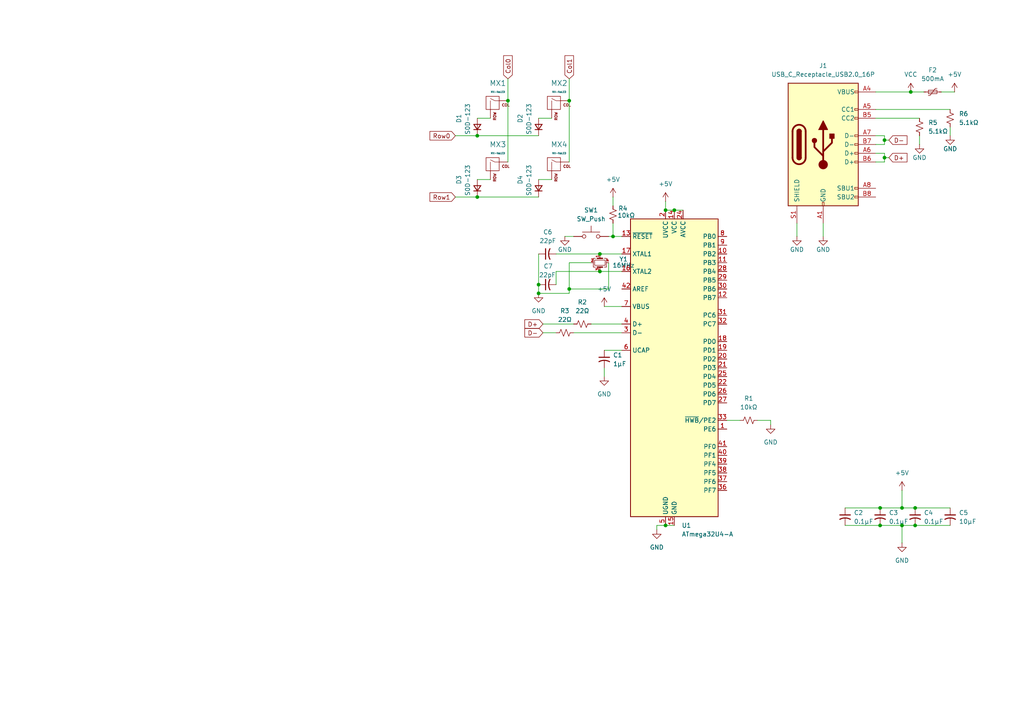
<source format=kicad_sch>
(kicad_sch (version 20250114) (generator "eeschema") (generator_version "9.0")
  (paper "A4")
  (lib_symbols
    (symbol "Connector:USB_C_Receptacle_USB2.0_16P" (pin_names (offset 1.016))
      (property "Reference" "J" (at 0 22.225 0))
      (property "Value" "USB_C_Receptacle_USB2.0_16P" (at 0 19.685 0))
      (symbol "USB_C_Receptacle_USB2.0_16P_0_0"
        (rectangle (start -0.254 -17.78) (end 0.254 -16.764))
        (rectangle (start 10.16 15.494) (end 9.144 14.986))
        (rectangle (start 10.16 10.414) (end 9.144 9.906))
        (rectangle (start 10.16 7.874) (end 9.144 7.366))
        (rectangle (start 10.16 2.794) (end 9.144 2.286))
        (rectangle (start 10.16 0.254) (end 9.144 -0.254))
        (rectangle (start 10.16 -2.286) (end 9.144 -2.794))
        (rectangle (start 10.16 -4.826) (end 9.144 -5.334))
        (rectangle (start 10.16 -12.446) (end 9.144 -12.954))
        (rectangle (start 10.16 -14.986) (end 9.144 -15.494))
      )
      (symbol "USB_C_Receptacle_USB2.0_16P_0_1"
        (rectangle (start -10.16 17.78) (end 10.16 -17.78) (stroke (width 0.254)) (fill (type background)))
        (polyline (pts (xy -8.89 -3.81) (xy -8.89 3.81)) (stroke (width 0.508)))
        (rectangle (start -7.62 -3.81) (end -6.35 3.81) (stroke (width 0.254)) (fill (type outline)))
        (arc (start -7.62 3.81) (mid -6.985 4.4423) (end -6.35 3.81) (stroke (width 0.254)))
        (arc (start -7.62 3.81) (mid -6.985 4.4423) (end -6.35 3.81) (stroke (width 0.254)) (fill (type outline)))
        (arc (start -8.89 3.81) (mid -6.985 5.7067) (end -5.08 3.81) (stroke (width 0.508)))
        (arc (start -5.08 -3.81) (mid -6.985 -5.7067) (end -8.89 -3.81) (stroke (width 0.508)))
        (arc (start -6.35 -3.81) (mid -6.985 -4.4423) (end -7.62 -3.81) (stroke (width 0.254)))
        (arc (start -6.35 -3.81) (mid -6.985 -4.4423) (end -7.62 -3.81) (stroke (width 0.254)) (fill (type outline)))
        (polyline (pts (xy -5.08 3.81) (xy -5.08 -3.81)) (stroke (width 0.508)))
        (circle (center -2.54 1.143) (radius 0.635) (stroke (width 0.254)) (fill (type outline)))
        (polyline (pts (xy -1.27 4.318) (xy 0 6.858) (xy 1.27 4.318) (xy -1.27 4.318)) (stroke (width 0.254)) (fill (type outline)))
        (polyline (pts (xy 0 -2.032) (xy 2.54 0.508) (xy 2.54 1.778)) (stroke (width 0.508)))
        (polyline (pts (xy 0 -3.302) (xy -2.54 -0.762) (xy -2.54 0.508)) (stroke (width 0.508)))
        (polyline (pts (xy 0 -5.842) (xy 0 4.318)) (stroke (width 0.508)))
        (circle (center 0 -5.842) (radius 1.27) (fill (type outline)))
        (rectangle (start 1.905 1.778) (end 3.175 3.048) (stroke (width 0.254)) (fill (type outline)))
      )
      (symbol "USB_C_Receptacle_USB2.0_16P_1_1"
        (pin passive line (at -7.62 -22.86 90) (length 5.08) (name "SHIELD") (number "S1"))
        (pin passive line (at 0 -22.86 90) (length 5.08) (name "GND") (number "A1"))
        (pin passive line (at 0 -22.86 90) (length 5.08) (hide yes) (name "GND") (number "A12"))
        (pin passive line (at 0 -22.86 90) (length 5.08) (hide yes) (name "GND") (number "B1"))
        (pin passive line (at 0 -22.86 90) (length 5.08) (hide yes) (name "GND") (number "B12"))
        (pin passive line (at 15.24 15.24 180) (length 5.08) (name "VBUS") (number "A4"))
        (pin passive line (at 15.24 15.24 180) (length 5.08) (hide yes) (name "VBUS") (number "A9"))
        (pin passive line (at 15.24 15.24 180) (length 5.08) (hide yes) (name "VBUS") (number "B4"))
        (pin passive line (at 15.24 15.24 180) (length 5.08) (hide yes) (name "VBUS") (number "B9"))
        (pin bidirectional line (at 15.24 10.16 180) (length 5.08) (name "CC1") (number "A5"))
        (pin bidirectional line (at 15.24 7.62 180) (length 5.08) (name "CC2") (number "B5"))
        (pin bidirectional line (at 15.24 2.54 180) (length 5.08) (name "D-") (number "A7"))
        (pin bidirectional line (at 15.24 0 180) (length 5.08) (name "D-") (number "B7"))
        (pin bidirectional line (at 15.24 -2.54 180) (length 5.08) (name "D+") (number "A6"))
        (pin bidirectional line (at 15.24 -5.08 180) (length 5.08) (name "D+") (number "B6"))
        (pin bidirectional line (at 15.24 -12.7 180) (length 5.08) (name "SBU1") (number "A8"))
        (pin bidirectional line (at 15.24 -15.24 180) (length 5.08) (name "SBU2") (number "B8"))
      )
    )
    (symbol "Device:C_Small_US" (pin_numbers (hide yes)) (pin_names (offset 0.254) (hide yes))
      (property "Reference" "C" (at 0.254 1.778 0))
      (property "Value" "C_Small_US" (at 0.254 -2.032 0))
      (symbol "C_Small_US_0_1"
        (polyline (pts (xy -1.524 0.508) (xy 1.524 0.508)) (stroke (width 0.3048)))
        (arc (start -1.524 -0.762) (mid 0 -0.3734) (end 1.524 -0.762) (stroke (width 0.3048)))
      )
      (symbol "C_Small_US_1_1"
        (pin passive line (at 0 2.54 270) (length 2.032) (name "~") (number "1"))
        (pin passive line (at 0 -2.54 90) (length 2.032) (name "~") (number "2"))
      )
    )
    (symbol "Device:Crystal_GND24_Small" (pin_names (offset 1.016) (hide yes))
      (property "Reference" "Y" (at 1.27 4.445 0))
      (property "Value" "Crystal_GND24_Small" (at 1.27 2.54 0))
      (symbol "Crystal_GND24_Small_0_1"
        (polyline (pts (xy -1.27 1.27) (xy -1.27 1.905) (xy 1.27 1.905) (xy 1.27 1.27)))
        (polyline (pts (xy -1.27 -0.762) (xy -1.27 0.762)) (stroke (width 0.381)))
        (polyline (pts (xy -1.27 -1.27) (xy -1.27 -1.905) (xy 1.27 -1.905) (xy 1.27 -1.27)))
        (rectangle (start -0.762 -1.524) (end 0.762 1.524))
        (polyline (pts (xy 1.27 -0.762) (xy 1.27 0.762)) (stroke (width 0.381)))
      )
      (symbol "Crystal_GND24_Small_1_1"
        (pin passive line (at -2.54 0 0) (length 1.27) (name "1") (number "1"))
        (pin passive line (at 0 2.54 270) (length 0.635) (name "4") (number "4"))
        (pin passive line (at 0 -2.54 90) (length 0.635) (name "2") (number "2"))
        (pin passive line (at 2.54 0 180) (length 1.27) (name "3") (number "3"))
      )
    )
    (symbol "Device:D_Small" (pin_numbers (hide yes)) (pin_names (offset 0.254) (hide yes))
      (property "Reference" "D" (at -1.27 2.032 0))
      (property "Value" "D_Small" (at -3.81 -2.032 0))
      (symbol "D_Small_0_1"
        (polyline (pts (xy -0.762 0) (xy 0.762 0)))
        (polyline (pts (xy -0.762 -1.016) (xy -0.762 1.016)) (stroke (width 0.254)))
        (polyline (pts (xy 0.762 -1.016) (xy -0.762 0) (xy 0.762 1.016) (xy 0.762 -1.016)) (stroke (width 0.254)))
      )
      (symbol "D_Small_1_1"
        (pin passive line (at -2.54 0 0) (length 1.778) (name "K") (number "1"))
        (pin passive line (at 2.54 0 180) (length 1.778) (name "A") (number "2"))
      )
    )
    (symbol "Device:Polyfuse_Small" (pin_numbers (hide yes)) (pin_names (offset 0))
      (property "Reference" "F" (at -1.905 0 90))
      (property "Value" "Polyfuse_Small" (at 1.905 0 90))
      (symbol "Polyfuse_Small_0_1"
        (polyline (pts (xy -1.016 1.27) (xy -1.016 0.762) (xy 1.016 -0.762) (xy 1.016 -1.27)))
        (rectangle (start -0.508 1.27) (end 0.508 -1.27))
        (polyline (pts (xy 0 2.54) (xy 0 -2.54)))
      )
      (symbol "Polyfuse_Small_1_1"
        (pin passive line (at 0 2.54 270) (length 0.635) (name "~") (number "1"))
        (pin passive line (at 0 -2.54 90) (length 0.635) (name "~") (number "2"))
      )
    )
    (symbol "Device:R_Small_US" (pin_numbers (hide yes)) (pin_names (offset 0.254) (hide yes))
      (property "Reference" "R" (at 0.762 0.508 0))
      (property "Value" "R_Small_US" (at 0.762 -1.016 0))
      (symbol "R_Small_US_1_1"
        (polyline (pts (xy 0 1.524) (xy 1.016 1.143) (xy 0 0.762) (xy -1.016 0.381) (xy 0 0)))
        (polyline (pts (xy 0 0) (xy 1.016 -0.381) (xy 0 -0.762) (xy -1.016 -1.143) (xy 0 -1.524)))
        (pin passive line (at 0 2.54 270) (length 1.016) (name "~") (number "1"))
        (pin passive line (at 0 -2.54 90) (length 1.016) (name "~") (number "2"))
      )
    )
    (symbol "MCU_Microchip_ATmega:ATmega32U4-A"
      (property "Reference" "U" (at -12.7 44.45 0))
      (property "Value" "ATmega32U4-A" (at 2.54 -44.45 0))
      (symbol "ATmega32U4-A_0_1"
        (rectangle (start -12.7 -43.18) (end 12.7 43.18) (stroke (width 0.254)) (fill (type background)))
      )
      (symbol "ATmega32U4-A_1_1"
        (pin input line (at -15.24 38.1 0) (length 2.54) (name "~{RESET}") (number "13"))
        (pin input line (at -15.24 33.02 0) (length 2.54) (name "XTAL1") (number "17"))
        (pin output line (at -15.24 27.94 0) (length 2.54) (name "XTAL2") (number "16"))
        (pin passive line (at -15.24 22.86 0) (length 2.54) (name "AREF") (number "42"))
        (pin input line (at -15.24 17.78 0) (length 2.54) (name "VBUS") (number "7"))
        (pin bidirectional line (at -15.24 12.7 0) (length 2.54) (name "D+") (number "4"))
        (pin bidirectional line (at -15.24 10.16 0) (length 2.54) (name "D-") (number "3"))
        (pin passive line (at -15.24 5.08 0) (length 2.54) (name "UCAP") (number "6"))
        (pin power_in line (at -2.54 45.72 270) (length 2.54) (name "UVCC") (number "2"))
        (pin passive line (at -2.54 -45.72 90) (length 2.54) (name "UGND") (number "5"))
        (pin power_in line (at 0 45.72 270) (length 2.54) (name "VCC") (number "14"))
        (pin passive line (at 0 45.72 270) (length 2.54) (hide yes) (name "VCC") (number "34"))
        (pin power_in line (at 0 -45.72 90) (length 2.54) (name "GND") (number "15"))
        (pin passive line (at 0 -45.72 90) (length 2.54) (hide yes) (name "GND") (number "23"))
        (pin passive line (at 0 -45.72 90) (length 2.54) (hide yes) (name "GND") (number "35"))
        (pin passive line (at 0 -45.72 90) (length 2.54) (hide yes) (name "GND") (number "43"))
        (pin power_in line (at 2.54 45.72 270) (length 2.54) (name "AVCC") (number "24"))
        (pin passive line (at 2.54 45.72 270) (length 2.54) (hide yes) (name "AVCC") (number "44"))
        (pin bidirectional line (at 15.24 38.1 180) (length 2.54) (name "PB0") (number "8"))
        (pin bidirectional line (at 15.24 35.56 180) (length 2.54) (name "PB1") (number "9"))
        (pin bidirectional line (at 15.24 33.02 180) (length 2.54) (name "PB2") (number "10"))
        (pin bidirectional line (at 15.24 30.48 180) (length 2.54) (name "PB3") (number "11"))
        (pin bidirectional line (at 15.24 27.94 180) (length 2.54) (name "PB4") (number "28"))
        (pin bidirectional line (at 15.24 25.4 180) (length 2.54) (name "PB5") (number "29"))
        (pin bidirectional line (at 15.24 22.86 180) (length 2.54) (name "PB6") (number "30"))
        (pin bidirectional line (at 15.24 20.32 180) (length 2.54) (name "PB7") (number "12"))
        (pin bidirectional line (at 15.24 15.24 180) (length 2.54) (name "PC6") (number "31"))
        (pin bidirectional line (at 15.24 12.7 180) (length 2.54) (name "PC7") (number "32"))
        (pin bidirectional line (at 15.24 7.62 180) (length 2.54) (name "PD0") (number "18"))
        (pin bidirectional line (at 15.24 5.08 180) (length 2.54) (name "PD1") (number "19"))
        (pin bidirectional line (at 15.24 2.54 180) (length 2.54) (name "PD2") (number "20"))
        (pin bidirectional line (at 15.24 0 180) (length 2.54) (name "PD3") (number "21"))
        (pin bidirectional line (at 15.24 -2.54 180) (length 2.54) (name "PD4") (number "25"))
        (pin bidirectional line (at 15.24 -5.08 180) (length 2.54) (name "PD5") (number "22"))
        (pin bidirectional line (at 15.24 -7.62 180) (length 2.54) (name "PD6") (number "26"))
        (pin bidirectional line (at 15.24 -10.16 180) (length 2.54) (name "PD7") (number "27"))
        (pin bidirectional line (at 15.24 -15.24 180) (length 2.54) (name "~{HWB}/PE2") (number "33"))
        (pin bidirectional line (at 15.24 -17.78 180) (length 2.54) (name "PE6") (number "1"))
        (pin bidirectional line (at 15.24 -22.86 180) (length 2.54) (name "PF0") (number "41"))
        (pin bidirectional line (at 15.24 -25.4 180) (length 2.54) (name "PF1") (number "40"))
        (pin bidirectional line (at 15.24 -27.94 180) (length 2.54) (name "PF4") (number "39"))
        (pin bidirectional line (at 15.24 -30.48 180) (length 2.54) (name "PF5") (number "38"))
        (pin bidirectional line (at 15.24 -33.02 180) (length 2.54) (name "PF6") (number "37"))
        (pin bidirectional line (at 15.24 -35.56 180) (length 2.54) (name "PF7") (number "36"))
      )
    )
    (symbol "MX_Alps_Hybrid:MX-NoLED" (pin_names (offset 1.016))
      (property "Reference" "MX" (at -0.635 3.81 0))
      (property "Value" "MX-NoLED" (at -0.635 1.27 0))
      (symbol "MX-NoLED_0_0"
        (rectangle (start -2.54 2.54) (end 1.27 -1.27))
        (polyline (pts (xy -1.27 -1.27) (xy -1.27 1.27)) (stroke (width 0.127)))
        (polyline (pts (xy 1.27 1.27) (xy 0 1.27) (xy -1.27 1.905)) (stroke (width 0.127)))
        (text "ROW" (at 0 -1.905 900) (effects (font (size 0.762 0.762)) (justify right)))
        (text "COL" (at 3.175 0 0) (effects (font (size 0.762 0.762))))
      )
      (symbol "MX-NoLED_1_1"
        (pin passive line (at -1.27 -3.81 90) (length 2.54) (name "ROW") (number "2"))
        (pin passive line (at 3.81 1.27 180) (length 2.54) (name "COL") (number "1"))
      )
    )
    (symbol "Switch:SW_Push" (pin_numbers (hide yes)) (pin_names (offset 1.016) (hide yes))
      (property "Reference" "SW" (at 1.27 2.54 0))
      (property "Value" "SW_Push" (at 0 -1.524 0))
      (symbol "SW_Push_0_1"
        (circle (center -2.032 0) (radius 0.508))
        (polyline (pts (xy 0 1.27) (xy 0 3.048)))
        (circle (center 2.032 0) (radius 0.508))
        (polyline (pts (xy 2.54 1.27) (xy -2.54 1.27)))
        (pin passive line (at -5.08 0 0) (length 2.54) (name "1") (number "1"))
        (pin passive line (at 5.08 0 180) (length 2.54) (name "2") (number "2"))
      )
    )
    (symbol "power:+5V" (power) (pin_numbers (hide yes)) (pin_names (offset 0) (hide yes))
      (property "Value" "+5V" (at 0 3.556 0))
      (symbol "+5V_0_1"
        (polyline (pts (xy -0.762 1.27) (xy 0 2.54)))
        (polyline (pts (xy 0 2.54) (xy 0.762 1.27)))
        (polyline (pts (xy 0 0) (xy 0 2.54)))
      )
      (symbol "+5V_1_1"
        (pin power_in line (at 0 0 90) (length 0) (name "~") (number "1"))
      )
    )
    (symbol "power:GND" (power) (pin_numbers (hide yes)) (pin_names (offset 0) (hide yes))
      (property "Value" "GND" (at 0 -3.81 0))
      (symbol "GND_0_1"
        (polyline (pts (xy 0 0) (xy 0 -1.27) (xy 1.27 -1.27) (xy 0 -2.54) (xy -1.27 -1.27) (xy 0 -1.27)))
      )
      (symbol "GND_1_1"
        (pin power_in line (at 0 0 270) (length 0) (name "~") (number "1"))
      )
    )
    (symbol "power:VCC" (power) (pin_numbers (hide yes)) (pin_names (offset 0) (hide yes))
      (property "Value" "VCC" (at 0 3.556 0))
      (symbol "VCC_0_1"
        (polyline (pts (xy -0.762 1.27) (xy 0 2.54)))
        (polyline (pts (xy 0 2.54) (xy 0.762 1.27)))
        (polyline (pts (xy 0 0) (xy 0 2.54)))
      )
      (symbol "VCC_1_1"
        (pin power_in line (at 0 0 90) (length 0) (name "~") (number "1"))
      )
    )
  )
  (junction (at 165.1 29.21))
  (junction (at 156.21 82.55))
  (junction (at 156.21 85.09))
  (junction (at 256.54 45.72))
  (junction (at 261.62 147.32))
  (junction (at 193.04 152.4))
  (junction (at 264.16 26.67))
  (junction (at 255.27 147.32))
  (junction (at 261.62 152.4))
  (junction (at 147.32 29.21))
  (junction (at 256.54 40.64))
  (junction (at 165.1 83.82))
  (junction (at 138.43 39.37))
  (junction (at 255.27 152.4))
  (junction (at 173.99 78.74))
  (junction (at 138.43 57.15))
  (junction (at 177.8 68.58))
  (junction (at 195.58 60.96))
  (junction (at 173.99 73.66))
  (junction (at 193.04 60.96))
  (junction (at 265.43 152.4))
  (junction (at 265.43 147.32))
  (wire (pts (xy 223.52 121.92) (xy 223.52 123.19)))
  (wire (pts (xy 261.62 147.32) (xy 265.43 147.32)))
  (wire (pts (xy 138.43 39.37) (xy 156.21 39.37)))
  (wire (pts (xy 193.04 58.42) (xy 193.04 60.96)))
  (wire (pts (xy 161.29 73.66) (xy 173.99 73.66)))
  (wire (pts (xy 254 39.37) (xy 256.54 39.37)))
  (wire (pts (xy 138.43 34.29) (xy 142.24 34.29)))
  (wire (pts (xy 156.21 85.09) (xy 165.1 85.09)))
  (wire (pts (xy 157.48 96.52) (xy 161.29 96.52)))
  (wire (pts (xy 176.53 68.58) (xy 177.8 68.58)))
  (wire (pts (xy 254 34.29) (xy 266.7 34.29)))
  (wire (pts (xy 231.14 64.77) (xy 231.14 68.58)))
  (wire (pts (xy 256.54 39.37) (xy 256.54 40.64)))
  (wire (pts (xy 165.1 83.82) (xy 165.1 85.09)))
  (wire (pts (xy 173.99 78.74) (xy 180.34 78.74)))
  (wire (pts (xy 175.26 88.9) (xy 180.34 88.9)))
  (wire (pts (xy 177.8 57.15) (xy 177.8 59.69)))
  (wire (pts (xy 245.11 152.4) (xy 255.27 152.4)))
  (wire (pts (xy 266.7 39.37) (xy 266.7 41.91)))
  (wire (pts (xy 256.54 44.45) (xy 256.54 45.72)))
  (wire (pts (xy 175.26 101.6) (xy 180.34 101.6)))
  (wire (pts (xy 265.43 152.4) (xy 275.59 152.4)))
  (wire (pts (xy 254 31.75) (xy 275.59 31.75)))
  (wire (pts (xy 138.43 57.15) (xy 156.21 57.15)))
  (wire (pts (xy 165.1 29.21) (xy 165.1 46.99)))
  (wire (pts (xy 254 41.91) (xy 256.54 41.91)))
  (wire (pts (xy 254 46.99) (xy 256.54 46.99)))
  (wire (pts (xy 176.53 76.2) (xy 176.53 83.82)))
  (wire (pts (xy 256.54 40.64) (xy 256.54 41.91)))
  (wire (pts (xy 255.27 147.32) (xy 261.62 147.32)))
  (wire (pts (xy 147.32 22.86) (xy 147.32 29.21)))
  (wire (pts (xy 195.58 60.96) (xy 198.12 60.96)))
  (wire (pts (xy 173.99 73.66) (xy 180.34 73.66)))
  (wire (pts (xy 256.54 45.72) (xy 256.54 46.99)))
  (wire (pts (xy 165.1 22.86) (xy 165.1 29.21)))
  (wire (pts (xy 193.04 152.4) (xy 190.5 152.4)))
  (wire (pts (xy 161.29 78.74) (xy 173.99 78.74)))
  (wire (pts (xy 210.82 121.92) (xy 214.63 121.92)))
  (wire (pts (xy 171.45 93.98) (xy 180.34 93.98)))
  (wire (pts (xy 157.48 93.98) (xy 166.37 93.98)))
  (wire (pts (xy 254 26.67) (xy 264.16 26.67)))
  (wire (pts (xy 255.27 152.4) (xy 261.62 152.4)))
  (wire (pts (xy 156.21 34.29) (xy 160.02 34.29)))
  (wire (pts (xy 193.04 60.96) (xy 195.58 60.96)))
  (wire (pts (xy 245.11 147.32) (xy 255.27 147.32)))
  (wire (pts (xy 257.81 45.72) (xy 256.54 45.72)))
  (wire (pts (xy 176.53 83.82) (xy 165.1 83.82)))
  (wire (pts (xy 265.43 147.32) (xy 275.59 147.32)))
  (wire (pts (xy 156.21 52.07) (xy 160.02 52.07)))
  (wire (pts (xy 238.76 64.77) (xy 238.76 68.58)))
  (wire (pts (xy 132.08 57.15) (xy 138.43 57.15)))
  (wire (pts (xy 190.5 152.4) (xy 190.5 153.67)))
  (wire (pts (xy 156.21 82.55) (xy 156.21 85.09)))
  (wire (pts (xy 156.21 73.66) (xy 156.21 82.55)))
  (wire (pts (xy 132.08 39.37) (xy 138.43 39.37)))
  (wire (pts (xy 264.16 26.67) (xy 267.97 26.67)))
  (wire (pts (xy 165.1 76.2) (xy 165.1 83.82)))
  (wire (pts (xy 261.62 152.4) (xy 261.62 157.48)))
  (wire (pts (xy 261.62 152.4) (xy 265.43 152.4)))
  (wire (pts (xy 147.32 29.21) (xy 147.32 46.99)))
  (wire (pts (xy 254 44.45) (xy 256.54 44.45)))
  (wire (pts (xy 175.26 106.68) (xy 175.26 109.22)))
  (wire (pts (xy 163.83 68.58) (xy 166.37 68.58)))
  (wire (pts (xy 275.59 36.83) (xy 275.59 39.37)))
  (wire (pts (xy 261.62 142.24) (xy 261.62 147.32)))
  (wire (pts (xy 171.45 76.2) (xy 165.1 76.2)))
  (wire (pts (xy 166.37 96.52) (xy 180.34 96.52)))
  (wire (pts (xy 195.58 152.4) (xy 193.04 152.4)))
  (wire (pts (xy 161.29 78.74) (xy 161.29 82.55)))
  (wire (pts (xy 257.81 40.64) (xy 256.54 40.64)))
  (wire (pts (xy 177.8 64.77) (xy 177.8 68.58)))
  (wire (pts (xy 219.71 121.92) (xy 223.52 121.92)))
  (wire (pts (xy 273.05 26.67) (xy 276.86 26.67)))
  (wire (pts (xy 177.8 68.58) (xy 180.34 68.58)))
  (wire (pts (xy 138.43 52.07) (xy 142.24 52.07)))
  (global_label "D+" (shape input) (at 257.81 45.72 0) (property "Intersheetrefs" "${INTERSHEET_REFS}" (effects (hide yes))))
  (global_label "D+" (shape input) (at 157.48 93.98 180) (property "Intersheetrefs" "${INTERSHEET_REFS}" (effects (hide yes))))
  (global_label "D-" (shape input) (at 257.81 40.64 0) (property "Intersheetrefs" "${INTERSHEET_REFS}" (effects (hide yes))))
  (global_label "Row0" (shape input) (at 132.08 39.37 180) (property "Intersheetrefs" "${INTERSHEET_REFS}" (effects (hide yes))))
  (global_label "Col0" (shape input) (at 147.32 22.86 90) (property "Intersheetrefs" "${INTERSHEET_REFS}" (effects (hide yes))))
  (global_label "Col1" (shape input) (at 165.1 22.86 90) (property "Intersheetrefs" "${INTERSHEET_REFS}" (effects (hide yes))))
  (global_label "D-" (shape input) (at 157.48 96.52 180) (property "Intersheetrefs" "${INTERSHEET_REFS}" (effects (hide yes))))
  (global_label "Row1" (shape input) (at 132.08 57.15 180) (property "Intersheetrefs" "${INTERSHEET_REFS}" (effects (hide yes))))
  (symbol (lib_id "Device:R_Small_US") (at 266.7 36.83 0) (unit 1)
    (property "Reference" "R5" (at 269.24 35.5599 0) (effects (justify left)))
    (property "Value" "5.1kΩ" (at 269.24 38.0999 0) (effects (justify left)))
    (property "Footprint" "Resistor_SMD:R_0805_2012Metric" (effects (hide yes)))
    (property "Description" "Resistor, small US symbol" (effects (hide yes)))
  )
  (symbol (lib_id "power:GND") (at 261.62 157.48 0) (unit 1)
    (property "Reference" "#PWR06" (effects (hide yes)))
    (property "Value" "GND" (at 261.62 162.56 0))
    (property "Description" "Power symbol creates a global label with name \"GND\" , ground" (effects (hide yes)))
  )
  (symbol (lib_id "Device:R_Small_US") (at 217.17 121.92 90) (unit 1)
    (property "Reference" "R1" (at 217.17 115.57 90))
    (property "Value" "10kΩ" (at 217.17 118.11 90))
    (property "Footprint" "Resistor_SMD:R_0805_2012Metric" (effects (hide yes)))
    (property "Description" "Resistor, small US symbol" (effects (hide yes)))
  )
  (symbol (lib_id "Switch:SW_Push") (at 171.45 68.58 0) (unit 1)
    (property "Reference" "SW1" (at 171.45 60.96 0))
    (property "Value" "SW_Push" (at 171.45 63.5 0))
    (property "Footprint" "random-keyboard-parts:SKQG-1155865" (effects (hide yes)))
    (property "Description" "Push button switch, generic, two pins" (effects (hide yes)))
  )
  (symbol (lib_id "Device:C_Small_US") (at 275.59 149.86 0) (unit 1)
    (property "Reference" "C5" (at 278.13 148.7169 0) (effects (justify left)))
    (property "Value" "10μF" (at 278.13 151.2569 0) (effects (justify left)))
    (property "Footprint" "Capacitor_SMD:C_0805_2012Metric" (effects (hide yes)))
    (property "Description" "capacitor, small US symbol" (effects (hide yes)))
  )
  (symbol (lib_id "MX_Alps_Hybrid:MX-NoLED") (at 143.51 30.48 0) (unit 1)
    (property "Reference" "MX1" (at 144.4052 24.13 0) (effects (font (size 1.524 1.524))))
    (property "Value" "MX-NoLED" (at 144.4052 26.67 0) (effects (font (size 0.508 0.508))))
    (property "Footprint" "MX_Alps_Hybrid:MX-1U" (effects (hide yes)))
  )
  (symbol (lib_id "power:+5V") (at 193.04 58.42 0) (unit 1)
    (property "Reference" "#PWR01" (effects (hide yes)))
    (property "Value" "+5V" (at 193.04 53.34 0))
    (property "Description" "Power symbol creates a global label with name \"+5V\"" (effects (hide yes)))
  )
  (symbol (lib_id "Device:C_Small_US") (at 158.75 73.66 90) (unit 1)
    (property "Reference" "C6" (at 158.877 67.31 90))
    (property "Value" "22pF" (at 158.877 69.85 90))
    (property "Footprint" "Capacitor_SMD:C_0805_2012Metric" (effects (hide yes)))
    (property "Description" "capacitor, small US symbol" (effects (hide yes)))
  )
  (symbol (lib_id "power:+5V") (at 177.8 57.15 0) (unit 1)
    (property "Reference" "#PWR010" (effects (hide yes)))
    (property "Value" "+5V" (at 177.8 52.07 0))
    (property "Description" "Power symbol creates a global label with name \"+5V\"" (effects (hide yes)))
  )
  (symbol (lib_id "Device:R_Small_US") (at 163.83 96.52 90) (unit 1)
    (property "Reference" "R3" (at 163.83 90.17 90))
    (property "Value" "22Ω" (at 163.83 92.71 90))
    (property "Footprint" "Resistor_SMD:R_0805_2012Metric" (effects (hide yes)))
    (property "Description" "Resistor, small US symbol" (effects (hide yes)))
  )
  (symbol (lib_id "Device:C_Small_US") (at 265.43 149.86 0) (unit 1)
    (property "Reference" "C4" (at 267.97 148.7169 0) (effects (justify left)))
    (property "Value" "0.1μF" (at 267.97 151.2569 0) (effects (justify left)))
    (property "Footprint" "Capacitor_SMD:C_0805_2012Metric" (effects (hide yes)))
    (property "Description" "capacitor, small US symbol" (effects (hide yes)))
  )
  (symbol (lib_id "Device:C_Small_US") (at 158.75 82.55 90) (unit 1)
    (property "Reference" "C7" (at 159.004 77.216 90))
    (property "Value" "22pF" (at 158.75 79.756 90))
    (property "Footprint" "Capacitor_SMD:C_0805_2012Metric" (effects (hide yes)))
    (property "Description" "capacitor, small US symbol" (effects (hide yes)))
  )
  (symbol (lib_id "MCU_Microchip_ATmega:ATmega32U4-A") (at 195.58 106.68 0) (unit 1)
    (property "Reference" "U1" (at 197.7233 152.4 0) (effects (justify left)))
    (property "Value" "ATmega32U4-A" (at 197.7233 154.94 0) (effects (justify left)))
    (property "Footprint" "Package_QFP:TQFP-44_10x10mm_P0.8mm" (effects (hide yes)))
    (property "Datasheet" "http://ww1.microchip.com/downloads/en/DeviceDoc/Atmel-7766-8-bit-AVR-ATmega16U4-32U4_Datasheet.pdf" (effects (hide yes)))
    (property "Description" "16MHz, 32kB Flash, 2.5kB SRAM, 1kB EEPROM, USB 2.0, TQFP-44" (effects (hide yes)))
  )
  (symbol (lib_id "power:GND") (at 223.52 123.19 0) (unit 1)
    (property "Reference" "#PWR03" (effects (hide yes)))
    (property "Value" "GND" (at 223.52 128.27 0))
    (property "Description" "Power symbol creates a global label with name \"GND\" , ground" (effects (hide yes)))
  )
  (symbol (lib_id "MX_Alps_Hybrid:MX-NoLED") (at 161.29 48.26 0) (unit 1)
    (property "Reference" "MX4" (at 162.1852 41.91 0) (effects (font (size 1.524 1.524))))
    (property "Value" "MX-NoLED" (at 162.1852 44.45 0) (effects (font (size 0.508 0.508))))
    (property "Footprint" "MX_Alps_Hybrid:MX-1U" (effects (hide yes)))
  )
  (symbol (lib_id "Device:Crystal_GND24_Small") (at 173.99 76.2 270) (unit 1)
    (property "Reference" "Y1" (at 180.848 75.184 90))
    (property "Value" "16MHz" (at 180.848 76.962 90))
    (property "Footprint" "Crystal:Crystal_SMD_3225-4Pin_3.2x2.5mm" (effects (hide yes)))
    (property "Description" "Four pin crystal, GND on pins 2 and 4, small symbol" (effects (hide yes)))
  )
  (symbol (lib_id "Device:D_Small") (at 156.21 54.61 90) (unit 1)
    (property "Reference" "D4" (at 150.876 50.8 0) (effects (justify right)))
    (property "Value" "S0D-123" (at 153.416 47.752 0) (effects (justify right)))
    (property "Footprint" "Diode_SMD:D_SOD-123" (effects (hide yes)))
    (property "Description" "Diode, small symbol" (effects (hide yes)))
    (property "Sim.Device" "D" (effects (hide yes)))
    (property "Sim.Pins" "1=K 2=A" (effects (hide yes)))
  )
  (symbol (lib_id "power:GND") (at 163.83 68.58 0) (unit 1)
    (property "Reference" "#PWR09" (effects (hide yes)))
    (property "Value" "GND" (at 163.83 72.39 0))
    (property "Description" "Power symbol creates a global label with name \"GND\" , ground" (effects (hide yes)))
  )
  (symbol (lib_id "Device:D_Small") (at 138.43 54.61 90) (unit 1)
    (property "Reference" "D3" (at 133.096 50.8 0) (effects (justify right)))
    (property "Value" "S0D-123" (at 135.636 47.752 0) (effects (justify right)))
    (property "Footprint" "Diode_SMD:D_SOD-123" (effects (hide yes)))
    (property "Description" "Diode, small symbol" (effects (hide yes)))
    (property "Sim.Device" "D" (effects (hide yes)))
    (property "Sim.Pins" "1=K 2=A" (effects (hide yes)))
  )
  (symbol (lib_id "power:VCC") (at 264.16 26.67 0) (unit 1)
    (property "Reference" "#PWR014" (effects (hide yes)))
    (property "Value" "VCC" (at 264.16 21.59 0))
    (property "Description" "Power symbol creates a global label with name \"VCC\"" (effects (hide yes)))
  )
  (symbol (lib_id "Device:R_Small_US") (at 168.91 93.98 90) (unit 1)
    (property "Reference" "R2" (at 168.91 87.63 90))
    (property "Value" "22Ω" (at 168.91 90.17 90))
    (property "Footprint" "Resistor_SMD:R_0805_2012Metric" (effects (hide yes)))
    (property "Description" "Resistor, small US symbol" (effects (hide yes)))
  )
  (symbol (lib_id "MX_Alps_Hybrid:MX-NoLED") (at 161.29 30.48 0) (unit 1)
    (property "Reference" "MX2" (at 162.1852 24.13 0) (effects (font (size 1.524 1.524))))
    (property "Value" "MX-NoLED" (at 162.1852 26.67 0) (effects (font (size 0.508 0.508))))
    (property "Footprint" "MX_Alps_Hybrid:MX-1U" (effects (hide yes)))
  )
  (symbol (lib_id "power:+5V") (at 175.26 88.9 0) (unit 1)
    (property "Reference" "#PWR07" (effects (hide yes)))
    (property "Value" "+5V" (at 175.26 83.82 0))
    (property "Description" "Power symbol creates a global label with name \"+5V\"" (effects (hide yes)))
  )
  (symbol (lib_id "power:GND") (at 238.76 68.58 0) (unit 1)
    (property "Reference" "#PWR016" (effects (hide yes)))
    (property "Value" "GND" (at 238.76 72.39 0))
    (property "Description" "Power symbol creates a global label with name \"GND\" , ground" (effects (hide yes)))
  )
  (symbol (lib_id "Device:Polyfuse_Small") (at 270.51 26.67 90) (unit 1)
    (property "Reference" "F2" (at 270.51 20.32 90))
    (property "Value" "500mA" (at 270.51 22.86 90))
    (property "Footprint" "Fuse:Fuse_1206_3216Metric" (effects (hide yes)))
    (property "Description" "Resettable fuse, polymeric positive temperature coefficient, small symbol" (effects (hide yes)))
  )
  (symbol (lib_id "Device:R_Small_US") (at 275.59 34.29 0) (unit 1)
    (property "Reference" "R6" (at 278.13 33.0199 0) (effects (justify left)))
    (property "Value" "5.1kΩ" (at 278.13 35.5599 0) (effects (justify left)))
    (property "Footprint" "Resistor_SMD:R_0805_2012Metric" (effects (hide yes)))
    (property "Description" "Resistor, small US symbol" (effects (hide yes)))
  )
  (symbol (lib_id "Connector:USB_C_Receptacle_USB2.0_16P") (at 238.76 41.91 0) (unit 1)
    (property "Reference" "J1" (at 238.76 19.05 0))
    (property "Value" "USB_C_Receptacle_USB2.0_16P" (at 238.76 21.59 0))
    (property "Footprint" "Connector_USB:USB_C_Receptacle_HRO_TYPE-C-31-M-12" (effects (hide yes)))
    (property "Datasheet" "https://www.usb.org/sites/default/files/documents/usb_type-c.zip" (effects (hide yes)))
    (property "Description" "USB 2.0-only 16P Type-C Receptacle connector" (effects (hide yes)))
  )
  (symbol (lib_id "power:+5V") (at 261.62 142.24 0) (unit 1)
    (property "Reference" "#PWR05" (effects (hide yes)))
    (property "Value" "+5V" (at 261.62 137.16 0))
    (property "Description" "Power symbol creates a global label with name \"+5V\"" (effects (hide yes)))
  )
  (symbol (lib_id "Device:C_Small_US") (at 245.11 149.86 0) (unit 1)
    (property "Reference" "C2" (at 247.65 148.7169 0) (effects (justify left)))
    (property "Value" "0.1μF" (at 247.65 151.2569 0) (effects (justify left)))
    (property "Footprint" "Capacitor_SMD:C_0805_2012Metric" (effects (hide yes)))
    (property "Description" "capacitor, small US symbol" (effects (hide yes)))
  )
  (symbol (lib_id "Device:C_Small_US") (at 255.27 149.86 0) (unit 1)
    (property "Reference" "C3" (at 257.81 148.7169 0) (effects (justify left)))
    (property "Value" "0.1μF" (at 257.81 151.2569 0) (effects (justify left)))
    (property "Footprint" "Capacitor_SMD:C_0805_2012Metric" (effects (hide yes)))
    (property "Description" "capacitor, small US symbol" (effects (hide yes)))
  )
  (symbol (lib_id "Device:D_Small") (at 138.43 36.83 90) (unit 1)
    (property "Reference" "D1" (at 133.096 33.02 0) (effects (justify right)))
    (property "Value" "S0D-123" (at 135.636 29.972 0) (effects (justify right)))
    (property "Footprint" "Diode_SMD:D_SOD-123" (effects (hide yes)))
    (property "Description" "Diode, small symbol" (effects (hide yes)))
    (property "Sim.Device" "D" (effects (hide yes)))
    (property "Sim.Pins" "1=K 2=A" (effects (hide yes)))
  )
  (symbol (lib_id "power:GND") (at 175.26 109.22 0) (unit 1)
    (property "Reference" "#PWR04" (effects (hide yes)))
    (property "Value" "GND" (at 175.26 114.3 0))
    (property "Description" "Power symbol creates a global label with name \"GND\" , ground" (effects (hide yes)))
  )
  (symbol (lib_id "power:GND") (at 266.7 41.91 0) (unit 1)
    (property "Reference" "#PWR012" (effects (hide yes)))
    (property "Value" "GND" (at 266.7 45.72 0))
    (property "Description" "Power symbol creates a global label with name \"GND\" , ground" (effects (hide yes)))
  )
  (symbol (lib_id "Device:R_Small_US") (at 177.8 62.23 0) (unit 1)
    (property "Reference" "R4" (at 179.324 60.452 0) (effects (justify left)))
    (property "Value" "10kΩ" (at 179.07 62.484 0) (effects (justify left)))
    (property "Footprint" "Resistor_SMD:R_0805_2012Metric" (effects (hide yes)))
    (property "Description" "Resistor, small US symbol" (effects (hide yes)))
  )
  (symbol (lib_id "power:+5V") (at 276.86 26.67 0) (unit 1)
    (property "Reference" "#PWR015" (effects (hide yes)))
    (property "Value" "+5V" (at 276.86 21.59 0))
    (property "Description" "Power symbol creates a global label with name \"+5V\"" (effects (hide yes)))
  )
  (symbol (lib_id "Device:D_Small") (at 156.21 36.83 90) (unit 1)
    (property "Reference" "D2" (at 150.876 33.02 0) (effects (justify right)))
    (property "Value" "S0D-123" (at 153.416 29.972 0) (effects (justify right)))
    (property "Footprint" "Diode_SMD:D_SOD-123" (effects (hide yes)))
    (property "Description" "Diode, small symbol" (effects (hide yes)))
    (property "Sim.Device" "D" (effects (hide yes)))
    (property "Sim.Pins" "1=K 2=A" (effects (hide yes)))
  )
  (symbol (lib_id "power:GND") (at 231.14 68.58 0) (unit 1)
    (property "Reference" "#PWR011" (effects (hide yes)))
    (property "Value" "GND" (at 231.14 72.39 0))
    (property "Description" "Power symbol creates a global label with name \"GND\" , ground" (effects (hide yes)))
  )
  (symbol (lib_id "Device:C_Small_US") (at 175.26 104.14 0) (unit 1)
    (property "Reference" "C1" (at 177.8 102.9969 0) (effects (justify left)))
    (property "Value" "1μF" (at 177.8 105.5369 0) (effects (justify left)))
    (property "Footprint" "Capacitor_SMD:C_0805_2012Metric" (effects (hide yes)))
    (property "Description" "capacitor, small US symbol" (effects (hide yes)))
  )
  (symbol (lib_id "power:GND") (at 190.5 153.67 0) (unit 1)
    (property "Reference" "#PWR02" (effects (hide yes)))
    (property "Value" "GND" (at 190.5 158.75 0))
    (property "Description" "Power symbol creates a global label with name \"GND\" , ground" (effects (hide yes)))
  )
  (symbol (lib_id "power:GND") (at 275.59 39.37 0) (unit 1)
    (property "Reference" "#PWR013" (effects (hide yes)))
    (property "Value" "GND" (at 275.59 43.18 0))
    (property "Description" "Power symbol creates a global label with name \"GND\" , ground" (effects (hide yes)))
  )
  (symbol (lib_id "MX_Alps_Hybrid:MX-NoLED") (at 143.51 48.26 0) (unit 1)
    (property "Reference" "MX3" (at 144.4052 41.91 0) (effects (font (size 1.524 1.524))))
    (property "Value" "MX-NoLED" (at 144.4052 44.45 0) (effects (font (size 0.508 0.508))))
    (property "Footprint" "MX_Alps_Hybrid:MX-1U" (effects (hide yes)))
  )
  (symbol (lib_id "power:GND") (at 156.21 85.09 0) (unit 1)
    (property "Reference" "#PWR08" (effects (hide yes)))
    (property "Value" "GND" (at 156.21 90.17 0))
    (property "Description" "Power symbol creates a global label with name \"GND\" , ground" (effects (hide yes)))
  )
)
</source>
